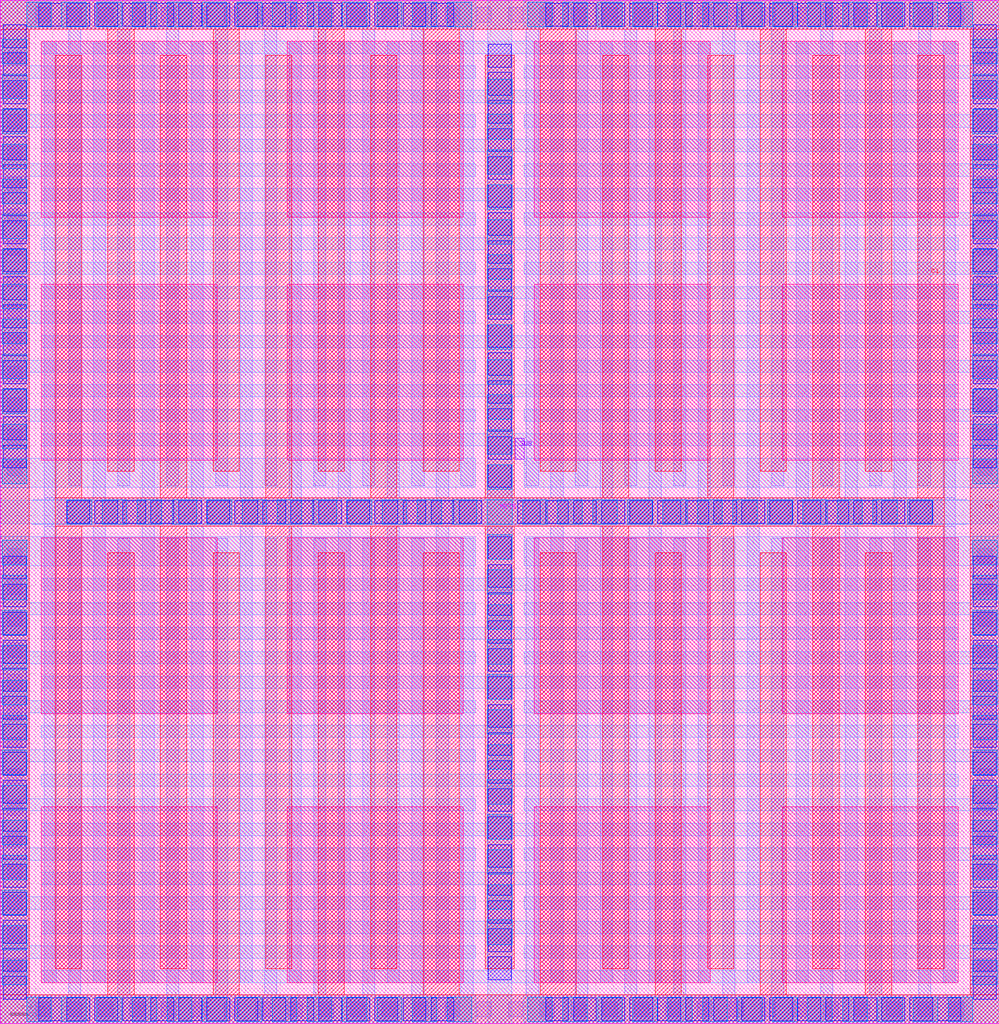
<source format=lef>
# Copyright 2020 The SkyWater PDK Authors
#
# Licensed under the Apache License, Version 2.0 (the "License");
# you may not use this file except in compliance with the License.
# You may obtain a copy of the License at
#
#     https://www.apache.org/licenses/LICENSE-2.0
#
# Unless required by applicable law or agreed to in writing, software
# distributed under the License is distributed on an "AS IS" BASIS,
# WITHOUT WARRANTIES OR CONDITIONS OF ANY KIND, either express or implied.
# See the License for the specific language governing permissions and
# limitations under the License.
#
# SPDX-License-Identifier: Apache-2.0

VERSION 5.7 ;
  NOWIREEXTENSIONATPIN ON ;
  DIVIDERCHAR "/" ;
  BUSBITCHARS "[]" ;
MACRO sky130_fd_pr__cap_vpp_11p5x11p7_m1m2m3_shieldl1m5_floatm4
  CLASS BLOCK ;
  FOREIGN sky130_fd_pr__cap_vpp_11p5x11p7_m1m2m3_shieldl1m5_floatm4 ;
  ORIGIN  0.000000  0.000000 ;
  SIZE  11.41000 BY  11.69000 ;
  PIN C0
    PORT
      LAYER met3 ;
        RECT  0.000000  0.000000 11.410000  0.330000 ;
        RECT  0.000000  0.330000  0.330000 11.360000 ;
        RECT  0.000000 11.360000 11.410000 11.690000 ;
        RECT  1.230000  0.330000  1.530000  5.380000 ;
        RECT  1.230000  6.310000  1.530000 11.360000 ;
        RECT  2.430000  0.330000  2.730000  5.380000 ;
        RECT  2.430000  6.310000  2.730000 11.360000 ;
        RECT  3.630000  0.330000  3.930000  5.380000 ;
        RECT  3.630000  6.310000  3.930000 11.360000 ;
        RECT  4.830000  0.330000  5.240000  5.380000 ;
        RECT  4.830000  6.310000  5.240000 11.360000 ;
        RECT  6.170000  0.330000  6.580000  5.380000 ;
        RECT  6.170000  6.310000  6.580000 11.360000 ;
        RECT  7.480000  0.330000  7.780000  5.380000 ;
        RECT  7.480000  6.310000  7.780000 11.360000 ;
        RECT  8.680000  0.330000  8.980000  5.380000 ;
        RECT  8.680000  6.310000  8.980000 11.360000 ;
        RECT  9.880000  0.330000 10.180000  5.380000 ;
        RECT  9.880000  6.310000 10.180000 11.360000 ;
        RECT 11.080000  0.330000 11.410000 11.360000 ;
    END
  END C0
  PIN C1
    PORT
      LAYER met3 ;
        RECT  0.630000 0.630000  0.930000  5.680000 ;
        RECT  0.630000 5.680000 10.780000  6.010000 ;
        RECT  0.630000 6.010000  0.930000 11.060000 ;
        RECT  1.830000 0.630000  2.130000  5.680000 ;
        RECT  1.830000 6.010000  2.130000 11.060000 ;
        RECT  3.030000 0.630000  3.330000  5.680000 ;
        RECT  3.030000 6.010000  3.330000 11.060000 ;
        RECT  4.230000 0.630000  4.530000  5.680000 ;
        RECT  4.230000 6.010000  4.530000 11.060000 ;
        RECT  5.540000 0.630000  5.870000  5.680000 ;
        RECT  5.540000 6.010000  5.870000 11.060000 ;
        RECT  6.880000 0.630000  7.180000  5.680000 ;
        RECT  6.880000 6.010000  7.180000 11.060000 ;
        RECT  8.080000 0.630000  8.380000  5.680000 ;
        RECT  8.080000 6.010000  8.380000 11.060000 ;
        RECT  9.280000 0.630000  9.580000  5.680000 ;
        RECT  9.280000 6.010000  9.580000 11.060000 ;
        RECT 10.480000 0.630000 10.780000  5.680000 ;
        RECT 10.480000 6.010000 10.780000 11.060000 ;
    END
  END C1
  PIN MET5
    PORT
      LAYER met5 ;
        RECT 0.000000 0.000000 11.410000 11.690000 ;
    END
  END MET5
  PIN SUB
    PORT
      LAYER pwell ;
        RECT 5.880000 6.445000 5.985000 6.690000 ;
    END
  END SUB
  OBS
    LAYER li1 ;
      RECT 0.000000 0.000000 11.410000 11.690000 ;
    LAYER mcon ;
      RECT  0.080000  0.580000  0.250000  0.750000 ;
      RECT  0.080000  0.940000  0.250000  1.110000 ;
      RECT  0.080000  1.300000  0.250000  1.470000 ;
      RECT  0.080000  1.660000  0.250000  1.830000 ;
      RECT  0.080000  2.020000  0.250000  2.190000 ;
      RECT  0.080000  2.380000  0.250000  2.550000 ;
      RECT  0.080000  2.740000  0.250000  2.910000 ;
      RECT  0.080000  3.100000  0.250000  3.270000 ;
      RECT  0.080000  3.460000  0.250000  3.630000 ;
      RECT  0.080000  3.820000  0.250000  3.990000 ;
      RECT  0.080000  4.180000  0.250000  4.350000 ;
      RECT  0.080000  4.540000  0.250000  4.710000 ;
      RECT  0.080000  4.900000  0.250000  5.070000 ;
      RECT  0.080000  5.260000  0.250000  5.430000 ;
      RECT  0.080000  6.260000  0.250000  6.430000 ;
      RECT  0.080000  6.620000  0.250000  6.790000 ;
      RECT  0.080000  6.980000  0.250000  7.150000 ;
      RECT  0.080000  7.340000  0.250000  7.510000 ;
      RECT  0.080000  7.700000  0.250000  7.870000 ;
      RECT  0.080000  8.060000  0.250000  8.230000 ;
      RECT  0.080000  8.420000  0.250000  8.590000 ;
      RECT  0.080000  8.780000  0.250000  8.950000 ;
      RECT  0.080000  9.140000  0.250000  9.310000 ;
      RECT  0.080000  9.500000  0.250000  9.670000 ;
      RECT  0.080000  9.860000  0.250000 10.030000 ;
      RECT  0.080000 10.220000  0.250000 10.390000 ;
      RECT  0.080000 10.580000  0.250000 10.750000 ;
      RECT  0.080000 10.940000  0.250000 11.110000 ;
      RECT  0.400000  0.080000  0.570000  0.250000 ;
      RECT  0.400000 11.440000  0.570000 11.610000 ;
      RECT  0.760000  0.080000  0.930000  0.250000 ;
      RECT  0.760000 11.440000  0.930000 11.610000 ;
      RECT  1.120000  0.080000  1.290000  0.250000 ;
      RECT  1.120000 11.440000  1.290000 11.610000 ;
      RECT  1.480000  0.080000  1.650000  0.250000 ;
      RECT  1.480000 11.440000  1.650000 11.610000 ;
      RECT  1.840000  0.080000  2.010000  0.250000 ;
      RECT  1.840000 11.440000  2.010000 11.610000 ;
      RECT  2.200000  0.080000  2.370000  0.250000 ;
      RECT  2.200000 11.440000  2.370000 11.610000 ;
      RECT  2.560000  0.080000  2.730000  0.250000 ;
      RECT  2.560000 11.440000  2.730000 11.610000 ;
      RECT  2.920000  0.080000  3.090000  0.250000 ;
      RECT  2.920000 11.440000  3.090000 11.610000 ;
      RECT  3.280000  0.080000  3.450000  0.250000 ;
      RECT  3.280000 11.440000  3.450000 11.610000 ;
      RECT  3.640000  0.080000  3.810000  0.250000 ;
      RECT  3.640000 11.440000  3.810000 11.610000 ;
      RECT  4.000000  0.080000  4.170000  0.250000 ;
      RECT  4.000000 11.440000  4.170000 11.610000 ;
      RECT  4.360000  0.080000  4.530000  0.250000 ;
      RECT  4.360000 11.440000  4.530000 11.610000 ;
      RECT  4.720000  0.080000  4.890000  0.250000 ;
      RECT  4.720000 11.440000  4.890000 11.610000 ;
      RECT  5.080000  0.080000  5.250000  0.250000 ;
      RECT  5.080000 11.440000  5.250000 11.610000 ;
      RECT  5.440000  0.080000  5.610000  0.250000 ;
      RECT  5.440000 11.440000  5.610000 11.610000 ;
      RECT  5.800000  0.080000  5.970000  0.250000 ;
      RECT  5.800000 11.440000  5.970000 11.610000 ;
      RECT  6.160000  0.080000  6.330000  0.250000 ;
      RECT  6.160000 11.440000  6.330000 11.610000 ;
      RECT  6.520000  0.080000  6.690000  0.250000 ;
      RECT  6.520000 11.440000  6.690000 11.610000 ;
      RECT  6.880000  0.080000  7.050000  0.250000 ;
      RECT  6.880000 11.440000  7.050000 11.610000 ;
      RECT  7.240000  0.080000  7.410000  0.250000 ;
      RECT  7.240000 11.440000  7.410000 11.610000 ;
      RECT  7.600000  0.080000  7.770000  0.250000 ;
      RECT  7.600000 11.440000  7.770000 11.610000 ;
      RECT  7.960000  0.080000  8.130000  0.250000 ;
      RECT  7.960000 11.440000  8.130000 11.610000 ;
      RECT  8.320000  0.080000  8.490000  0.250000 ;
      RECT  8.320000 11.440000  8.490000 11.610000 ;
      RECT  8.680000  0.080000  8.850000  0.250000 ;
      RECT  8.680000 11.440000  8.850000 11.610000 ;
      RECT  9.040000  0.080000  9.210000  0.250000 ;
      RECT  9.040000 11.440000  9.210000 11.610000 ;
      RECT  9.400000  0.080000  9.570000  0.250000 ;
      RECT  9.400000 11.440000  9.570000 11.610000 ;
      RECT  9.760000  0.080000  9.930000  0.250000 ;
      RECT  9.760000 11.440000  9.930000 11.610000 ;
      RECT 10.120000  0.080000 10.290000  0.250000 ;
      RECT 10.120000 11.440000 10.290000 11.610000 ;
      RECT 10.480000  0.080000 10.650000  0.250000 ;
      RECT 10.480000 11.440000 10.650000 11.610000 ;
      RECT 10.840000  0.080000 11.010000  0.250000 ;
      RECT 10.840000 11.440000 11.010000 11.610000 ;
      RECT 11.160000  0.580000 11.330000  0.750000 ;
      RECT 11.160000  0.940000 11.330000  1.110000 ;
      RECT 11.160000  1.300000 11.330000  1.470000 ;
      RECT 11.160000  1.660000 11.330000  1.830000 ;
      RECT 11.160000  2.020000 11.330000  2.190000 ;
      RECT 11.160000  2.380000 11.330000  2.550000 ;
      RECT 11.160000  2.740000 11.330000  2.910000 ;
      RECT 11.160000  3.100000 11.330000  3.270000 ;
      RECT 11.160000  3.460000 11.330000  3.630000 ;
      RECT 11.160000  3.820000 11.330000  3.990000 ;
      RECT 11.160000  4.180000 11.330000  4.350000 ;
      RECT 11.160000  4.540000 11.330000  4.710000 ;
      RECT 11.160000  4.900000 11.330000  5.070000 ;
      RECT 11.160000  5.260000 11.330000  5.430000 ;
      RECT 11.160000  6.260000 11.330000  6.430000 ;
      RECT 11.160000  6.620000 11.330000  6.790000 ;
      RECT 11.160000  6.980000 11.330000  7.150000 ;
      RECT 11.160000  7.340000 11.330000  7.510000 ;
      RECT 11.160000  7.700000 11.330000  7.870000 ;
      RECT 11.160000  8.060000 11.330000  8.230000 ;
      RECT 11.160000  8.420000 11.330000  8.590000 ;
      RECT 11.160000  8.780000 11.330000  8.950000 ;
      RECT 11.160000  9.140000 11.330000  9.310000 ;
      RECT 11.160000  9.500000 11.330000  9.670000 ;
      RECT 11.160000  9.860000 11.330000 10.030000 ;
      RECT 11.160000 10.220000 11.330000 10.390000 ;
      RECT 11.160000 10.580000 11.330000 10.750000 ;
      RECT 11.160000 10.940000 11.330000 11.110000 ;
    LAYER met1 ;
      RECT  0.000000  0.000000 11.410000  0.330000 ;
      RECT  0.000000  0.330000  0.330000 11.360000 ;
      RECT  0.000000 11.360000 11.410000 11.690000 ;
      RECT  0.500000  0.470000  0.640000  5.685000 ;
      RECT  0.500000  5.685000 10.910000  6.005000 ;
      RECT  0.500000  6.005000  0.640000 11.220000 ;
      RECT  0.780000  0.330000  0.920000  5.545000 ;
      RECT  0.780000  6.145000  0.920000 11.360000 ;
      RECT  1.060000  0.470000  1.200000  5.685000 ;
      RECT  1.060000  6.005000  1.200000 11.220000 ;
      RECT  1.340000  0.330000  1.480000  5.545000 ;
      RECT  1.340000  6.145000  1.480000 11.360000 ;
      RECT  1.620000  0.470000  1.760000  5.685000 ;
      RECT  1.620000  6.005000  1.760000 11.220000 ;
      RECT  1.900000  0.330000  2.040000  5.545000 ;
      RECT  1.900000  6.145000  2.040000 11.360000 ;
      RECT  2.180000  0.470000  2.320000  5.685000 ;
      RECT  2.180000  6.005000  2.320000 11.220000 ;
      RECT  2.460000  0.330000  2.600000  5.545000 ;
      RECT  2.460000  6.145000  2.600000 11.360000 ;
      RECT  2.740000  0.470000  2.880000  5.685000 ;
      RECT  2.740000  6.005000  2.880000 11.220000 ;
      RECT  3.020000  0.330000  3.160000  5.545000 ;
      RECT  3.020000  6.145000  3.160000 11.360000 ;
      RECT  3.300000  0.470000  3.440000  5.685000 ;
      RECT  3.300000  6.005000  3.440000 11.220000 ;
      RECT  3.580000  0.330000  3.720000  5.545000 ;
      RECT  3.580000  6.145000  3.720000 11.360000 ;
      RECT  3.860000  0.470000  4.000000  5.685000 ;
      RECT  3.860000  6.005000  4.000000 11.220000 ;
      RECT  4.140000  0.330000  4.280000  5.545000 ;
      RECT  4.140000  6.145000  4.280000 11.360000 ;
      RECT  4.420000  0.470000  4.560000  5.685000 ;
      RECT  4.420000  6.005000  4.560000 11.220000 ;
      RECT  4.700000  0.330000  4.840000  5.545000 ;
      RECT  4.700000  6.145000  4.840000 11.360000 ;
      RECT  4.980000  0.470000  5.120000  5.685000 ;
      RECT  4.980000  6.005000  5.120000 11.220000 ;
      RECT  5.260000  0.330000  5.400000  5.545000 ;
      RECT  5.260000  6.145000  5.400000 11.360000 ;
      RECT  5.570000  0.470000  5.840000  5.685000 ;
      RECT  5.570000  6.005000  5.840000 11.220000 ;
      RECT  6.010000  0.330000  6.150000  5.545000 ;
      RECT  6.010000  6.145000  6.150000 11.360000 ;
      RECT  6.290000  0.470000  6.430000  5.685000 ;
      RECT  6.290000  6.005000  6.430000 11.220000 ;
      RECT  6.570000  0.330000  6.710000  5.545000 ;
      RECT  6.570000  6.145000  6.710000 11.360000 ;
      RECT  6.850000  0.470000  6.990000  5.685000 ;
      RECT  6.850000  6.005000  6.990000 11.220000 ;
      RECT  7.130000  0.330000  7.270000  5.545000 ;
      RECT  7.130000  6.145000  7.270000 11.360000 ;
      RECT  7.410000  0.470000  7.550000  5.685000 ;
      RECT  7.410000  6.005000  7.550000 11.220000 ;
      RECT  7.690000  0.330000  7.830000  5.545000 ;
      RECT  7.690000  6.145000  7.830000 11.360000 ;
      RECT  7.970000  0.470000  8.110000  5.685000 ;
      RECT  7.970000  6.005000  8.110000 11.220000 ;
      RECT  8.250000  0.330000  8.390000  5.545000 ;
      RECT  8.250000  6.145000  8.390000 11.360000 ;
      RECT  8.530000  0.470000  8.670000  5.685000 ;
      RECT  8.530000  6.005000  8.670000 11.220000 ;
      RECT  8.810000  0.330000  8.950000  5.545000 ;
      RECT  8.810000  6.145000  8.950000 11.360000 ;
      RECT  9.090000  0.470000  9.230000  5.685000 ;
      RECT  9.090000  6.005000  9.230000 11.220000 ;
      RECT  9.370000  0.330000  9.510000  5.545000 ;
      RECT  9.370000  6.145000  9.510000 11.360000 ;
      RECT  9.650000  0.470000  9.790000  5.685000 ;
      RECT  9.650000  6.005000  9.790000 11.220000 ;
      RECT  9.930000  0.330000 10.070000  5.545000 ;
      RECT  9.930000  6.145000 10.070000 11.360000 ;
      RECT 10.210000  0.470000 10.350000  5.685000 ;
      RECT 10.210000  6.005000 10.350000 11.220000 ;
      RECT 10.490000  0.330000 10.630000  5.545000 ;
      RECT 10.490000  6.145000 10.630000 11.360000 ;
      RECT 10.770000  0.470000 10.910000  5.685000 ;
      RECT 10.770000  6.005000 10.910000 11.220000 ;
      RECT 11.080000  0.330000 11.410000 11.360000 ;
    LAYER met2 ;
      RECT  0.000000  0.000000  5.430000  0.330000 ;
      RECT  0.000000  0.330000  0.330000  0.750000 ;
      RECT  0.000000  0.750000  5.425000  0.890000 ;
      RECT  0.000000  0.890000  0.330000  1.310000 ;
      RECT  0.000000  1.310000  5.425000  1.450000 ;
      RECT  0.000000  1.450000  0.330000  1.870000 ;
      RECT  0.000000  1.870000  5.425000  2.010000 ;
      RECT  0.000000  2.010000  0.330000  2.430000 ;
      RECT  0.000000  2.430000  5.425000  2.570000 ;
      RECT  0.000000  2.570000  0.330000  2.990000 ;
      RECT  0.000000  2.990000  5.425000  3.130000 ;
      RECT  0.000000  3.130000  0.330000  3.550000 ;
      RECT  0.000000  3.550000  5.425000  3.690000 ;
      RECT  0.000000  3.690000  0.330000  4.110000 ;
      RECT  0.000000  4.110000  5.425000  4.250000 ;
      RECT  0.000000  4.250000  0.330000  4.670000 ;
      RECT  0.000000  4.670000  5.425000  4.810000 ;
      RECT  0.000000  4.810000  0.330000  5.230000 ;
      RECT  0.000000  5.230000  5.425000  5.565000 ;
      RECT  0.000000  5.565000  0.330000  5.570000 ;
      RECT  0.000000  5.710000 11.410000  5.980000 ;
      RECT  0.000000  6.120000  0.330000  6.125000 ;
      RECT  0.000000  6.125000  5.425000  6.460000 ;
      RECT  0.000000  6.460000  0.330000  6.880000 ;
      RECT  0.000000  6.880000  5.425000  7.020000 ;
      RECT  0.000000  7.020000  0.330000  7.440000 ;
      RECT  0.000000  7.440000  5.425000  7.580000 ;
      RECT  0.000000  7.580000  0.330000  8.000000 ;
      RECT  0.000000  8.000000  5.425000  8.140000 ;
      RECT  0.000000  8.140000  0.330000  8.560000 ;
      RECT  0.000000  8.560000  5.425000  8.700000 ;
      RECT  0.000000  8.700000  0.330000  9.120000 ;
      RECT  0.000000  9.120000  5.425000  9.260000 ;
      RECT  0.000000  9.260000  0.330000  9.680000 ;
      RECT  0.000000  9.680000  5.425000  9.820000 ;
      RECT  0.000000  9.820000  0.330000 10.240000 ;
      RECT  0.000000 10.240000  5.425000 10.380000 ;
      RECT  0.000000 10.380000  0.330000 10.800000 ;
      RECT  0.000000 10.800000  5.425000 10.940000 ;
      RECT  0.000000 10.940000  0.330000 11.360000 ;
      RECT  0.000000 11.360000  5.430000 11.690000 ;
      RECT  0.370000  5.705000 11.040000  5.710000 ;
      RECT  0.370000  5.980000 11.040000  5.985000 ;
      RECT  0.470000  0.470000 10.940000  0.610000 ;
      RECT  0.470000  1.030000 10.940000  1.170000 ;
      RECT  0.470000  1.590000 10.940000  1.730000 ;
      RECT  0.470000  2.150000 10.940000  2.290000 ;
      RECT  0.470000  2.710000 10.940000  2.850000 ;
      RECT  0.470000  3.270000 10.940000  3.410000 ;
      RECT  0.470000  3.830000 10.940000  3.970000 ;
      RECT  0.470000  4.390000 10.940000  4.530000 ;
      RECT  0.470000  4.950000 10.940000  5.090000 ;
      RECT  0.470000  6.600000 10.940000  6.740000 ;
      RECT  0.470000  7.160000 10.940000  7.300000 ;
      RECT  0.470000  7.720000 10.940000  7.860000 ;
      RECT  0.470000  8.280000 10.940000  8.420000 ;
      RECT  0.470000  8.840000 10.940000  8.980000 ;
      RECT  0.470000  9.400000 10.940000  9.540000 ;
      RECT  0.470000  9.960000 10.940000 10.100000 ;
      RECT  0.470000 10.520000 10.940000 10.660000 ;
      RECT  0.470000 11.080000 10.940000 11.220000 ;
      RECT  5.565000  0.610000  5.845000  1.030000 ;
      RECT  5.565000  1.170000  5.845000  1.590000 ;
      RECT  5.565000  1.730000  5.845000  2.150000 ;
      RECT  5.565000  2.290000  5.845000  2.710000 ;
      RECT  5.565000  2.850000  5.845000  3.270000 ;
      RECT  5.565000  3.410000  5.845000  3.830000 ;
      RECT  5.565000  3.970000  5.845000  4.390000 ;
      RECT  5.565000  4.530000  5.845000  4.950000 ;
      RECT  5.565000  5.090000  5.845000  5.705000 ;
      RECT  5.565000  5.985000  5.845000  6.600000 ;
      RECT  5.565000  6.740000  5.845000  7.160000 ;
      RECT  5.565000  7.300000  5.845000  7.720000 ;
      RECT  5.565000  7.860000  5.845000  8.280000 ;
      RECT  5.565000  8.420000  5.845000  8.840000 ;
      RECT  5.565000  8.980000  5.845000  9.400000 ;
      RECT  5.565000  9.540000  5.845000  9.960000 ;
      RECT  5.565000 10.100000  5.845000 10.520000 ;
      RECT  5.565000 10.660000  5.845000 11.080000 ;
      RECT  5.570000  0.000000  5.840000  0.470000 ;
      RECT  5.570000 11.220000  5.840000 11.690000 ;
      RECT  5.980000  0.000000 11.410000  0.330000 ;
      RECT  5.980000 11.360000 11.410000 11.690000 ;
      RECT  5.985000  0.750000 11.410000  0.890000 ;
      RECT  5.985000  1.310000 11.410000  1.450000 ;
      RECT  5.985000  1.870000 11.410000  2.010000 ;
      RECT  5.985000  2.430000 11.410000  2.570000 ;
      RECT  5.985000  2.990000 11.410000  3.130000 ;
      RECT  5.985000  3.550000 11.410000  3.690000 ;
      RECT  5.985000  4.110000 11.410000  4.250000 ;
      RECT  5.985000  4.670000 11.410000  4.810000 ;
      RECT  5.985000  5.230000 11.410000  5.565000 ;
      RECT  5.985000  6.125000 11.410000  6.460000 ;
      RECT  5.985000  6.880000 11.410000  7.020000 ;
      RECT  5.985000  7.440000 11.410000  7.580000 ;
      RECT  5.985000  8.000000 11.410000  8.140000 ;
      RECT  5.985000  8.560000 11.410000  8.700000 ;
      RECT  5.985000  9.120000 11.410000  9.260000 ;
      RECT  5.985000  9.680000 11.410000  9.820000 ;
      RECT  5.985000 10.240000 11.410000 10.380000 ;
      RECT  5.985000 10.800000 11.410000 10.940000 ;
      RECT 11.080000  0.330000 11.410000  0.750000 ;
      RECT 11.080000  0.890000 11.410000  1.310000 ;
      RECT 11.080000  1.450000 11.410000  1.870000 ;
      RECT 11.080000  2.010000 11.410000  2.430000 ;
      RECT 11.080000  2.570000 11.410000  2.990000 ;
      RECT 11.080000  3.130000 11.410000  3.550000 ;
      RECT 11.080000  3.690000 11.410000  4.110000 ;
      RECT 11.080000  4.250000 11.410000  4.670000 ;
      RECT 11.080000  4.810000 11.410000  5.230000 ;
      RECT 11.080000  5.565000 11.410000  5.570000 ;
      RECT 11.080000  6.120000 11.410000  6.125000 ;
      RECT 11.080000  6.460000 11.410000  6.880000 ;
      RECT 11.080000  7.020000 11.410000  7.440000 ;
      RECT 11.080000  7.580000 11.410000  8.000000 ;
      RECT 11.080000  8.140000 11.410000  8.560000 ;
      RECT 11.080000  8.700000 11.410000  9.120000 ;
      RECT 11.080000  9.260000 11.410000  9.680000 ;
      RECT 11.080000  9.820000 11.410000 10.240000 ;
      RECT 11.080000 10.380000 11.410000 10.800000 ;
      RECT 11.080000 10.940000 11.410000 11.360000 ;
    LAYER met4 ;
      RECT 0.470000 0.470000  2.480000  2.480000 ;
      RECT 0.470000 3.540000  2.480000  5.550000 ;
      RECT 0.470000 6.435000  2.480000  8.445000 ;
      RECT 0.470000 9.210000  2.480000 11.220000 ;
      RECT 3.280000 0.470000  5.290000  2.480000 ;
      RECT 3.280000 3.540000  5.290000  5.550000 ;
      RECT 3.280000 6.435000  5.290000  8.445000 ;
      RECT 3.280000 9.210000  5.290000 11.220000 ;
      RECT 6.100000 0.470000  8.110000  2.480000 ;
      RECT 6.100000 3.540000  8.110000  5.550000 ;
      RECT 6.100000 6.435000  8.110000  8.445000 ;
      RECT 6.100000 9.210000  8.110000 11.220000 ;
      RECT 8.930000 0.470000 10.940000  2.480000 ;
      RECT 8.930000 3.540000 10.940000  5.550000 ;
      RECT 8.930000 6.435000 10.940000  8.445000 ;
      RECT 8.930000 9.210000 10.940000 11.220000 ;
    LAYER via ;
      RECT  0.035000  0.280000  0.295000  0.540000 ;
      RECT  0.035000  0.600000  0.295000  0.860000 ;
      RECT  0.035000  0.920000  0.295000  1.180000 ;
      RECT  0.035000  1.240000  0.295000  1.500000 ;
      RECT  0.035000  1.560000  0.295000  1.820000 ;
      RECT  0.035000  1.880000  0.295000  2.140000 ;
      RECT  0.035000  2.200000  0.295000  2.460000 ;
      RECT  0.035000  2.520000  0.295000  2.780000 ;
      RECT  0.035000  2.840000  0.295000  3.100000 ;
      RECT  0.035000  3.160000  0.295000  3.420000 ;
      RECT  0.035000  3.480000  0.295000  3.740000 ;
      RECT  0.035000  3.800000  0.295000  4.060000 ;
      RECT  0.035000  4.120000  0.295000  4.380000 ;
      RECT  0.035000  4.440000  0.295000  4.700000 ;
      RECT  0.035000  4.760000  0.295000  5.020000 ;
      RECT  0.035000  5.080000  0.295000  5.340000 ;
      RECT  0.035000  6.350000  0.295000  6.610000 ;
      RECT  0.035000  6.670000  0.295000  6.930000 ;
      RECT  0.035000  6.990000  0.295000  7.250000 ;
      RECT  0.035000  7.310000  0.295000  7.570000 ;
      RECT  0.035000  7.630000  0.295000  7.890000 ;
      RECT  0.035000  7.950000  0.295000  8.210000 ;
      RECT  0.035000  8.270000  0.295000  8.530000 ;
      RECT  0.035000  8.590000  0.295000  8.850000 ;
      RECT  0.035000  8.910000  0.295000  9.170000 ;
      RECT  0.035000  9.230000  0.295000  9.490000 ;
      RECT  0.035000  9.550000  0.295000  9.810000 ;
      RECT  0.035000  9.870000  0.295000 10.130000 ;
      RECT  0.035000 10.190000  0.295000 10.450000 ;
      RECT  0.035000 10.510000  0.295000 10.770000 ;
      RECT  0.035000 10.830000  0.295000 11.090000 ;
      RECT  0.035000 11.150000  0.295000 11.410000 ;
      RECT  0.440000  0.035000  0.700000  0.295000 ;
      RECT  0.440000 11.395000  0.700000 11.655000 ;
      RECT  0.760000  0.035000  1.020000  0.295000 ;
      RECT  0.760000  5.715000  1.020000  5.975000 ;
      RECT  0.760000 11.395000  1.020000 11.655000 ;
      RECT  1.080000  0.035000  1.340000  0.295000 ;
      RECT  1.080000  5.715000  1.340000  5.975000 ;
      RECT  1.080000 11.395000  1.340000 11.655000 ;
      RECT  1.400000  0.035000  1.660000  0.295000 ;
      RECT  1.400000  5.715000  1.660000  5.975000 ;
      RECT  1.400000 11.395000  1.660000 11.655000 ;
      RECT  1.720000  0.035000  1.980000  0.295000 ;
      RECT  1.720000  5.715000  1.980000  5.975000 ;
      RECT  1.720000 11.395000  1.980000 11.655000 ;
      RECT  2.040000  0.035000  2.300000  0.295000 ;
      RECT  2.040000  5.715000  2.300000  5.975000 ;
      RECT  2.040000 11.395000  2.300000 11.655000 ;
      RECT  2.360000  0.035000  2.620000  0.295000 ;
      RECT  2.360000  5.715000  2.620000  5.975000 ;
      RECT  2.360000 11.395000  2.620000 11.655000 ;
      RECT  2.680000  0.035000  2.940000  0.295000 ;
      RECT  2.680000  5.715000  2.940000  5.975000 ;
      RECT  2.680000 11.395000  2.940000 11.655000 ;
      RECT  3.000000  0.035000  3.260000  0.295000 ;
      RECT  3.000000  5.715000  3.260000  5.975000 ;
      RECT  3.000000 11.395000  3.260000 11.655000 ;
      RECT  3.320000  0.035000  3.580000  0.295000 ;
      RECT  3.320000  5.715000  3.580000  5.975000 ;
      RECT  3.320000 11.395000  3.580000 11.655000 ;
      RECT  3.640000  0.035000  3.900000  0.295000 ;
      RECT  3.640000  5.715000  3.900000  5.975000 ;
      RECT  3.640000 11.395000  3.900000 11.655000 ;
      RECT  3.960000  0.035000  4.220000  0.295000 ;
      RECT  3.960000  5.715000  4.220000  5.975000 ;
      RECT  3.960000 11.395000  4.220000 11.655000 ;
      RECT  4.280000  0.035000  4.540000  0.295000 ;
      RECT  4.280000  5.715000  4.540000  5.975000 ;
      RECT  4.280000 11.395000  4.540000 11.655000 ;
      RECT  4.600000  0.035000  4.860000  0.295000 ;
      RECT  4.600000  5.715000  4.860000  5.975000 ;
      RECT  4.600000 11.395000  4.860000 11.655000 ;
      RECT  4.920000  0.035000  5.180000  0.295000 ;
      RECT  4.920000  5.715000  5.180000  5.975000 ;
      RECT  4.920000 11.395000  5.180000 11.655000 ;
      RECT  5.240000  5.715000  5.500000  5.975000 ;
      RECT  5.575000  0.505000  5.835000  0.765000 ;
      RECT  5.575000  0.825000  5.835000  1.085000 ;
      RECT  5.575000  1.145000  5.835000  1.405000 ;
      RECT  5.575000  1.465000  5.835000  1.725000 ;
      RECT  5.575000  1.785000  5.835000  2.045000 ;
      RECT  5.575000  2.105000  5.835000  2.365000 ;
      RECT  5.575000  2.425000  5.835000  2.685000 ;
      RECT  5.575000  2.745000  5.835000  3.005000 ;
      RECT  5.575000  3.065000  5.835000  3.325000 ;
      RECT  5.575000  3.385000  5.835000  3.645000 ;
      RECT  5.575000  3.705000  5.835000  3.965000 ;
      RECT  5.575000  4.025000  5.835000  4.285000 ;
      RECT  5.575000  4.345000  5.835000  4.605000 ;
      RECT  5.575000  4.665000  5.835000  4.925000 ;
      RECT  5.575000  4.985000  5.835000  5.245000 ;
      RECT  5.575000  5.305000  5.835000  5.565000 ;
      RECT  5.575000  6.125000  5.835000  6.385000 ;
      RECT  5.575000  6.445000  5.835000  6.705000 ;
      RECT  5.575000  6.765000  5.835000  7.025000 ;
      RECT  5.575000  7.085000  5.835000  7.345000 ;
      RECT  5.575000  7.405000  5.835000  7.665000 ;
      RECT  5.575000  7.725000  5.835000  7.985000 ;
      RECT  5.575000  8.045000  5.835000  8.305000 ;
      RECT  5.575000  8.365000  5.835000  8.625000 ;
      RECT  5.575000  8.685000  5.835000  8.945000 ;
      RECT  5.575000  9.005000  5.835000  9.265000 ;
      RECT  5.575000  9.325000  5.835000  9.585000 ;
      RECT  5.575000  9.645000  5.835000  9.905000 ;
      RECT  5.575000  9.965000  5.835000 10.225000 ;
      RECT  5.575000 10.285000  5.835000 10.545000 ;
      RECT  5.575000 10.605000  5.835000 10.865000 ;
      RECT  5.575000 10.925000  5.835000 11.185000 ;
      RECT  5.910000  5.715000  6.170000  5.975000 ;
      RECT  6.230000  0.035000  6.490000  0.295000 ;
      RECT  6.230000  5.715000  6.490000  5.975000 ;
      RECT  6.230000 11.395000  6.490000 11.655000 ;
      RECT  6.550000  0.035000  6.810000  0.295000 ;
      RECT  6.550000  5.715000  6.810000  5.975000 ;
      RECT  6.550000 11.395000  6.810000 11.655000 ;
      RECT  6.870000  0.035000  7.130000  0.295000 ;
      RECT  6.870000  5.715000  7.130000  5.975000 ;
      RECT  6.870000 11.395000  7.130000 11.655000 ;
      RECT  7.190000  0.035000  7.450000  0.295000 ;
      RECT  7.190000  5.715000  7.450000  5.975000 ;
      RECT  7.190000 11.395000  7.450000 11.655000 ;
      RECT  7.510000  0.035000  7.770000  0.295000 ;
      RECT  7.510000  5.715000  7.770000  5.975000 ;
      RECT  7.510000 11.395000  7.770000 11.655000 ;
      RECT  7.830000  0.035000  8.090000  0.295000 ;
      RECT  7.830000  5.715000  8.090000  5.975000 ;
      RECT  7.830000 11.395000  8.090000 11.655000 ;
      RECT  8.150000  0.035000  8.410000  0.295000 ;
      RECT  8.150000  5.715000  8.410000  5.975000 ;
      RECT  8.150000 11.395000  8.410000 11.655000 ;
      RECT  8.470000  0.035000  8.730000  0.295000 ;
      RECT  8.470000  5.715000  8.730000  5.975000 ;
      RECT  8.470000 11.395000  8.730000 11.655000 ;
      RECT  8.790000  0.035000  9.050000  0.295000 ;
      RECT  8.790000  5.715000  9.050000  5.975000 ;
      RECT  8.790000 11.395000  9.050000 11.655000 ;
      RECT  9.110000  0.035000  9.370000  0.295000 ;
      RECT  9.110000  5.715000  9.370000  5.975000 ;
      RECT  9.110000 11.395000  9.370000 11.655000 ;
      RECT  9.430000  0.035000  9.690000  0.295000 ;
      RECT  9.430000  5.715000  9.690000  5.975000 ;
      RECT  9.430000 11.395000  9.690000 11.655000 ;
      RECT  9.750000  0.035000 10.010000  0.295000 ;
      RECT  9.750000  5.715000 10.010000  5.975000 ;
      RECT  9.750000 11.395000 10.010000 11.655000 ;
      RECT 10.070000  0.035000 10.330000  0.295000 ;
      RECT 10.070000  5.715000 10.330000  5.975000 ;
      RECT 10.070000 11.395000 10.330000 11.655000 ;
      RECT 10.390000  0.035000 10.650000  0.295000 ;
      RECT 10.390000  5.715000 10.650000  5.975000 ;
      RECT 10.390000 11.395000 10.650000 11.655000 ;
      RECT 10.710000  0.035000 10.970000  0.295000 ;
      RECT 10.710000 11.395000 10.970000 11.655000 ;
      RECT 11.115000  0.280000 11.375000  0.540000 ;
      RECT 11.115000  0.600000 11.375000  0.860000 ;
      RECT 11.115000  0.920000 11.375000  1.180000 ;
      RECT 11.115000  1.240000 11.375000  1.500000 ;
      RECT 11.115000  1.560000 11.375000  1.820000 ;
      RECT 11.115000  1.880000 11.375000  2.140000 ;
      RECT 11.115000  2.200000 11.375000  2.460000 ;
      RECT 11.115000  2.520000 11.375000  2.780000 ;
      RECT 11.115000  2.840000 11.375000  3.100000 ;
      RECT 11.115000  3.160000 11.375000  3.420000 ;
      RECT 11.115000  3.480000 11.375000  3.740000 ;
      RECT 11.115000  3.800000 11.375000  4.060000 ;
      RECT 11.115000  4.120000 11.375000  4.380000 ;
      RECT 11.115000  4.440000 11.375000  4.700000 ;
      RECT 11.115000  4.760000 11.375000  5.020000 ;
      RECT 11.115000  5.080000 11.375000  5.340000 ;
      RECT 11.115000  6.350000 11.375000  6.610000 ;
      RECT 11.115000  6.670000 11.375000  6.930000 ;
      RECT 11.115000  6.990000 11.375000  7.250000 ;
      RECT 11.115000  7.310000 11.375000  7.570000 ;
      RECT 11.115000  7.630000 11.375000  7.890000 ;
      RECT 11.115000  7.950000 11.375000  8.210000 ;
      RECT 11.115000  8.270000 11.375000  8.530000 ;
      RECT 11.115000  8.590000 11.375000  8.850000 ;
      RECT 11.115000  8.910000 11.375000  9.170000 ;
      RECT 11.115000  9.230000 11.375000  9.490000 ;
      RECT 11.115000  9.550000 11.375000  9.810000 ;
      RECT 11.115000  9.870000 11.375000 10.130000 ;
      RECT 11.115000 10.190000 11.375000 10.450000 ;
      RECT 11.115000 10.510000 11.375000 10.770000 ;
      RECT 11.115000 10.830000 11.375000 11.090000 ;
      RECT 11.115000 11.150000 11.375000 11.410000 ;
    LAYER via2 ;
      RECT  0.025000  0.445000  0.305000  0.725000 ;
      RECT  0.025000  0.845000  0.305000  1.125000 ;
      RECT  0.025000  1.245000  0.305000  1.525000 ;
      RECT  0.025000  1.645000  0.305000  1.925000 ;
      RECT  0.025000  2.045000  0.305000  2.325000 ;
      RECT  0.025000  2.445000  0.305000  2.725000 ;
      RECT  0.025000  2.845000  0.305000  3.125000 ;
      RECT  0.025000  3.245000  0.305000  3.525000 ;
      RECT  0.025000  3.645000  0.305000  3.925000 ;
      RECT  0.025000  4.045000  0.305000  4.325000 ;
      RECT  0.025000  4.445000  0.305000  4.725000 ;
      RECT  0.025000  4.845000  0.305000  5.125000 ;
      RECT  0.025000  5.245000  0.305000  5.525000 ;
      RECT  0.025000  6.165000  0.305000  6.445000 ;
      RECT  0.025000  6.565000  0.305000  6.845000 ;
      RECT  0.025000  6.965000  0.305000  7.245000 ;
      RECT  0.025000  7.365000  0.305000  7.645000 ;
      RECT  0.025000  7.765000  0.305000  8.045000 ;
      RECT  0.025000  8.165000  0.305000  8.445000 ;
      RECT  0.025000  8.565000  0.305000  8.845000 ;
      RECT  0.025000  8.965000  0.305000  9.245000 ;
      RECT  0.025000  9.365000  0.305000  9.645000 ;
      RECT  0.025000  9.765000  0.305000 10.045000 ;
      RECT  0.025000 10.165000  0.305000 10.445000 ;
      RECT  0.025000 10.565000  0.305000 10.845000 ;
      RECT  0.025000 10.965000  0.305000 11.245000 ;
      RECT  0.305000  0.025000  0.585000  0.305000 ;
      RECT  0.305000 11.385000  0.585000 11.665000 ;
      RECT  0.705000  0.025000  0.985000  0.305000 ;
      RECT  0.705000 11.385000  0.985000 11.665000 ;
      RECT  0.765000  5.705000  1.045000  5.985000 ;
      RECT  1.105000  0.025000  1.385000  0.305000 ;
      RECT  1.105000 11.385000  1.385000 11.665000 ;
      RECT  1.165000  5.705000  1.445000  5.985000 ;
      RECT  1.505000  0.025000  1.785000  0.305000 ;
      RECT  1.505000 11.385000  1.785000 11.665000 ;
      RECT  1.565000  5.705000  1.845000  5.985000 ;
      RECT  1.905000  0.025000  2.185000  0.305000 ;
      RECT  1.905000 11.385000  2.185000 11.665000 ;
      RECT  1.965000  5.705000  2.245000  5.985000 ;
      RECT  2.305000  0.025000  2.585000  0.305000 ;
      RECT  2.305000 11.385000  2.585000 11.665000 ;
      RECT  2.365000  5.705000  2.645000  5.985000 ;
      RECT  2.705000  0.025000  2.985000  0.305000 ;
      RECT  2.705000 11.385000  2.985000 11.665000 ;
      RECT  2.765000  5.705000  3.045000  5.985000 ;
      RECT  3.105000  0.025000  3.385000  0.305000 ;
      RECT  3.105000 11.385000  3.385000 11.665000 ;
      RECT  3.165000  5.705000  3.445000  5.985000 ;
      RECT  3.505000  0.025000  3.785000  0.305000 ;
      RECT  3.505000 11.385000  3.785000 11.665000 ;
      RECT  3.565000  5.705000  3.845000  5.985000 ;
      RECT  3.905000  0.025000  4.185000  0.305000 ;
      RECT  3.905000 11.385000  4.185000 11.665000 ;
      RECT  3.965000  5.705000  4.245000  5.985000 ;
      RECT  4.305000  0.025000  4.585000  0.305000 ;
      RECT  4.305000 11.385000  4.585000 11.665000 ;
      RECT  4.365000  5.705000  4.645000  5.985000 ;
      RECT  4.705000  0.025000  4.985000  0.305000 ;
      RECT  4.705000 11.385000  4.985000 11.665000 ;
      RECT  4.765000  5.705000  5.045000  5.985000 ;
      RECT  5.105000  0.025000  5.385000  0.305000 ;
      RECT  5.105000 11.385000  5.385000 11.665000 ;
      RECT  5.165000  5.705000  5.445000  5.985000 ;
      RECT  5.565000  0.905000  5.845000  1.185000 ;
      RECT  5.565000  1.305000  5.845000  1.585000 ;
      RECT  5.565000  1.705000  5.845000  1.985000 ;
      RECT  5.565000  2.105000  5.845000  2.385000 ;
      RECT  5.565000  2.505000  5.845000  2.785000 ;
      RECT  5.565000  2.905000  5.845000  3.185000 ;
      RECT  5.565000  3.305000  5.845000  3.585000 ;
      RECT  5.565000  3.705000  5.845000  3.985000 ;
      RECT  5.565000  4.105000  5.845000  4.385000 ;
      RECT  5.565000  4.505000  5.845000  4.785000 ;
      RECT  5.565000  4.905000  5.845000  5.185000 ;
      RECT  5.565000  5.305000  5.845000  5.585000 ;
      RECT  5.565000  5.705000  5.845000  5.985000 ;
      RECT  5.565000  6.105000  5.845000  6.385000 ;
      RECT  5.565000  6.505000  5.845000  6.785000 ;
      RECT  5.565000  6.905000  5.845000  7.185000 ;
      RECT  5.565000  7.305000  5.845000  7.585000 ;
      RECT  5.565000  7.705000  5.845000  7.985000 ;
      RECT  5.565000  8.105000  5.845000  8.385000 ;
      RECT  5.565000  8.505000  5.845000  8.785000 ;
      RECT  5.565000  8.905000  5.845000  9.185000 ;
      RECT  5.565000  9.305000  5.845000  9.585000 ;
      RECT  5.565000  9.705000  5.845000  9.985000 ;
      RECT  5.565000 10.105000  5.845000 10.385000 ;
      RECT  5.565000 10.505000  5.845000 10.785000 ;
      RECT  5.965000  5.705000  6.245000  5.985000 ;
      RECT  6.025000  0.025000  6.305000  0.305000 ;
      RECT  6.025000 11.385000  6.305000 11.665000 ;
      RECT  6.365000  5.705000  6.645000  5.985000 ;
      RECT  6.425000  0.025000  6.705000  0.305000 ;
      RECT  6.425000 11.385000  6.705000 11.665000 ;
      RECT  6.765000  5.705000  7.045000  5.985000 ;
      RECT  6.825000  0.025000  7.105000  0.305000 ;
      RECT  6.825000 11.385000  7.105000 11.665000 ;
      RECT  7.165000  5.705000  7.445000  5.985000 ;
      RECT  7.225000  0.025000  7.505000  0.305000 ;
      RECT  7.225000 11.385000  7.505000 11.665000 ;
      RECT  7.565000  5.705000  7.845000  5.985000 ;
      RECT  7.625000  0.025000  7.905000  0.305000 ;
      RECT  7.625000 11.385000  7.905000 11.665000 ;
      RECT  7.965000  5.705000  8.245000  5.985000 ;
      RECT  8.025000  0.025000  8.305000  0.305000 ;
      RECT  8.025000 11.385000  8.305000 11.665000 ;
      RECT  8.365000  5.705000  8.645000  5.985000 ;
      RECT  8.425000  0.025000  8.705000  0.305000 ;
      RECT  8.425000 11.385000  8.705000 11.665000 ;
      RECT  8.765000  5.705000  9.045000  5.985000 ;
      RECT  8.825000  0.025000  9.105000  0.305000 ;
      RECT  8.825000 11.385000  9.105000 11.665000 ;
      RECT  9.165000  5.705000  9.445000  5.985000 ;
      RECT  9.225000  0.025000  9.505000  0.305000 ;
      RECT  9.225000 11.385000  9.505000 11.665000 ;
      RECT  9.565000  5.705000  9.845000  5.985000 ;
      RECT  9.625000  0.025000  9.905000  0.305000 ;
      RECT  9.625000 11.385000  9.905000 11.665000 ;
      RECT  9.965000  5.705000 10.245000  5.985000 ;
      RECT 10.025000  0.025000 10.305000  0.305000 ;
      RECT 10.025000 11.385000 10.305000 11.665000 ;
      RECT 10.365000  5.705000 10.645000  5.985000 ;
      RECT 10.425000  0.025000 10.705000  0.305000 ;
      RECT 10.425000 11.385000 10.705000 11.665000 ;
      RECT 10.825000  0.025000 11.105000  0.305000 ;
      RECT 10.825000 11.385000 11.105000 11.665000 ;
      RECT 11.105000  0.445000 11.385000  0.725000 ;
      RECT 11.105000  0.845000 11.385000  1.125000 ;
      RECT 11.105000  1.245000 11.385000  1.525000 ;
      RECT 11.105000  1.645000 11.385000  1.925000 ;
      RECT 11.105000  2.045000 11.385000  2.325000 ;
      RECT 11.105000  2.445000 11.385000  2.725000 ;
      RECT 11.105000  2.845000 11.385000  3.125000 ;
      RECT 11.105000  3.245000 11.385000  3.525000 ;
      RECT 11.105000  3.645000 11.385000  3.925000 ;
      RECT 11.105000  4.045000 11.385000  4.325000 ;
      RECT 11.105000  4.445000 11.385000  4.725000 ;
      RECT 11.105000  4.845000 11.385000  5.125000 ;
      RECT 11.105000  5.245000 11.385000  5.525000 ;
      RECT 11.105000  6.165000 11.385000  6.445000 ;
      RECT 11.105000  6.565000 11.385000  6.845000 ;
      RECT 11.105000  6.965000 11.385000  7.245000 ;
      RECT 11.105000  7.365000 11.385000  7.645000 ;
      RECT 11.105000  7.765000 11.385000  8.045000 ;
      RECT 11.105000  8.165000 11.385000  8.445000 ;
      RECT 11.105000  8.565000 11.385000  8.845000 ;
      RECT 11.105000  8.965000 11.385000  9.245000 ;
      RECT 11.105000  9.365000 11.385000  9.645000 ;
      RECT 11.105000  9.765000 11.385000 10.045000 ;
      RECT 11.105000 10.165000 11.385000 10.445000 ;
      RECT 11.105000 10.565000 11.385000 10.845000 ;
      RECT 11.105000 10.965000 11.385000 11.245000 ;
  END
END sky130_fd_pr__cap_vpp_11p5x11p7_m1m2m3_shieldl1m5_floatm4
END LIBRARY

</source>
